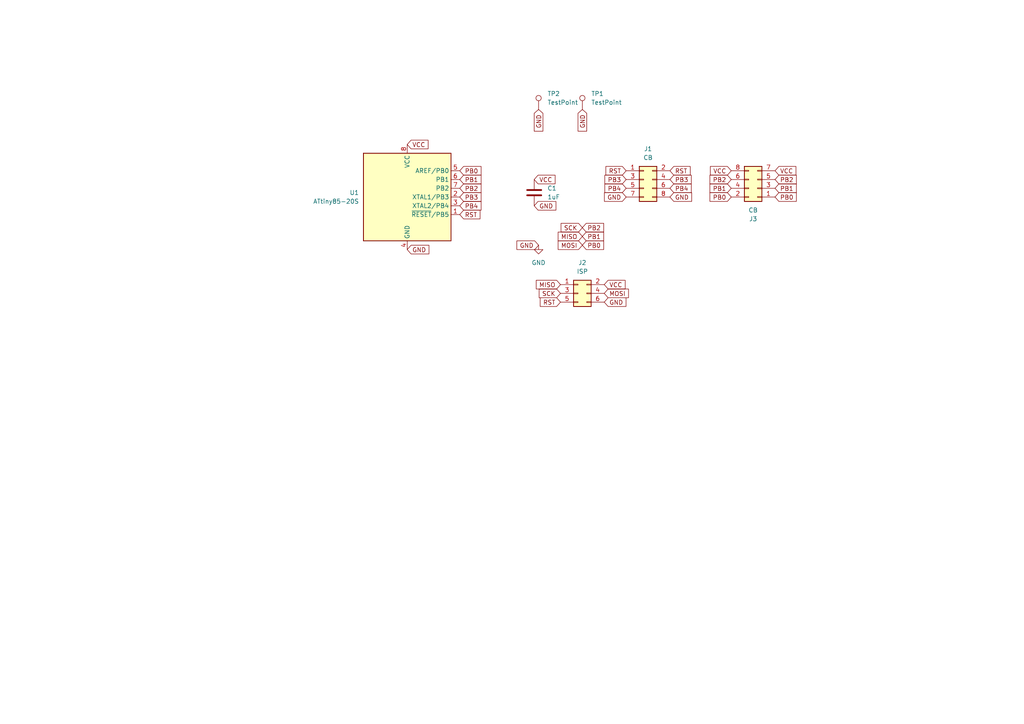
<source format=kicad_sch>
(kicad_sch (version 20231120) (generator "eeschema") (generator_version "8.0")
  (paper "A4")
  (lib_symbols
    (symbol "Connector:TestPoint" (pin_numbers hide) (pin_names (offset 0.762) hide)
      (property "Reference" "TP" (at 0 6.858 0))
      (property "Value" "TestPoint" (at 0 5.08 0))
      (symbol "TestPoint_0_1"
        (circle (center 0 3.302) (radius 0.762))
      )
      (symbol "TestPoint_1_1"
        (pin passive line (at 0 0 90) (length 2.54) (name "1") (number "1"))
      )
    )
    (symbol "Connector_Generic:Conn_02x03_Odd_Even" (pin_names (offset 1.016) hide)
      (property "Reference" "J" (at 1.27 5.08 0))
      (property "Value" "Conn_02x03_Odd_Even" (at 1.27 -5.08 0))
      (symbol "Conn_02x03_Odd_Even_1_1"
        (rectangle (start -1.27 -2.413) (end 0 -2.667) (stroke (width 0.1524)))
        (rectangle (start -1.27 0.127) (end 0 -0.127) (stroke (width 0.1524)))
        (rectangle (start -1.27 2.667) (end 0 2.413) (stroke (width 0.1524)))
        (rectangle (start -1.27 3.81) (end 3.81 -3.81) (stroke (width 0.254)) (fill (type background)))
        (rectangle (start 3.81 -2.413) (end 2.54 -2.667) (stroke (width 0.1524)))
        (rectangle (start 3.81 0.127) (end 2.54 -0.127) (stroke (width 0.1524)))
        (rectangle (start 3.81 2.667) (end 2.54 2.413) (stroke (width 0.1524)))
        (pin passive line (at -5.08 2.54 0) (length 3.81) (name "Pin_1") (number "1"))
        (pin passive line (at 7.62 2.54 180) (length 3.81) (name "Pin_2") (number "2"))
        (pin passive line (at -5.08 0 0) (length 3.81) (name "Pin_3") (number "3"))
        (pin passive line (at 7.62 0 180) (length 3.81) (name "Pin_4") (number "4"))
        (pin passive line (at -5.08 -2.54 0) (length 3.81) (name "Pin_5") (number "5"))
        (pin passive line (at 7.62 -2.54 180) (length 3.81) (name "Pin_6") (number "6"))
      )
    )
    (symbol "Connector_Generic:Conn_02x04_Odd_Even" (pin_names (offset 1.016) hide)
      (property "Reference" "J" (at 1.27 5.08 0))
      (property "Value" "Conn_02x04_Odd_Even" (at 1.27 -7.62 0))
      (symbol "Conn_02x04_Odd_Even_1_1"
        (rectangle (start -1.27 -4.953) (end 0 -5.207) (stroke (width 0.1524)))
        (rectangle (start -1.27 -2.413) (end 0 -2.667) (stroke (width 0.1524)))
        (rectangle (start -1.27 0.127) (end 0 -0.127) (stroke (width 0.1524)))
        (rectangle (start -1.27 2.667) (end 0 2.413) (stroke (width 0.1524)))
        (rectangle (start -1.27 3.81) (end 3.81 -6.35) (stroke (width 0.254)) (fill (type background)))
        (rectangle (start 3.81 -4.953) (end 2.54 -5.207) (stroke (width 0.1524)))
        (rectangle (start 3.81 -2.413) (end 2.54 -2.667) (stroke (width 0.1524)))
        (rectangle (start 3.81 0.127) (end 2.54 -0.127) (stroke (width 0.1524)))
        (rectangle (start 3.81 2.667) (end 2.54 2.413) (stroke (width 0.1524)))
        (pin passive line (at -5.08 2.54 0) (length 3.81) (name "Pin_1") (number "1"))
        (pin passive line (at 7.62 2.54 180) (length 3.81) (name "Pin_2") (number "2"))
        (pin passive line (at -5.08 0 0) (length 3.81) (name "Pin_3") (number "3"))
        (pin passive line (at 7.62 0 180) (length 3.81) (name "Pin_4") (number "4"))
        (pin passive line (at -5.08 -2.54 0) (length 3.81) (name "Pin_5") (number "5"))
        (pin passive line (at 7.62 -2.54 180) (length 3.81) (name "Pin_6") (number "6"))
        (pin passive line (at -5.08 -5.08 0) (length 3.81) (name "Pin_7") (number "7"))
        (pin passive line (at 7.62 -5.08 180) (length 3.81) (name "Pin_8") (number "8"))
      )
    )
    (symbol "Device:C" (pin_numbers hide) (pin_names (offset 0.254))
      (property "Reference" "C" (at 0.635 2.54 0))
      (property "Value" "C" (at 0.635 -2.54 0))
      (symbol "C_0_1"
        (polyline (pts (xy -2.032 -0.762) (xy 2.032 -0.762)) (stroke (width 0.508)))
        (polyline (pts (xy -2.032 0.762) (xy 2.032 0.762)) (stroke (width 0.508)))
      )
      (symbol "C_1_1"
        (pin passive line (at 0 3.81 270) (length 2.794) (name "~") (number "1"))
        (pin passive line (at 0 -3.81 90) (length 2.794) (name "~") (number "2"))
      )
    )
    (symbol "MCU_Microchip_ATtiny:ATtiny85-20S"
      (property "Reference" "U" (at -12.7 13.97 0))
      (property "Value" "ATtiny85-20S" (at 2.54 -13.97 0))
      (symbol "ATtiny85-20S_0_1"
        (rectangle (start -12.7 -12.7) (end 12.7 12.7) (stroke (width 0.254)) (fill (type background)))
      )
      (symbol "ATtiny85-20S_1_1"
        (pin bidirectional line (at 15.24 -5.08 180) (length 2.54) (name "~{RESET}/PB5") (number "1"))
        (pin bidirectional line (at 15.24 0 180) (length 2.54) (name "XTAL1/PB3") (number "2"))
        (pin bidirectional line (at 15.24 -2.54 180) (length 2.54) (name "XTAL2/PB4") (number "3"))
        (pin power_in line (at 0 -15.24 90) (length 2.54) (name "GND") (number "4"))
        (pin bidirectional line (at 15.24 7.62 180) (length 2.54) (name "AREF/PB0") (number "5"))
        (pin bidirectional line (at 15.24 5.08 180) (length 2.54) (name "PB1") (number "6"))
        (pin bidirectional line (at 15.24 2.54 180) (length 2.54) (name "PB2") (number "7"))
        (pin power_in line (at 0 15.24 270) (length 2.54) (name "VCC") (number "8"))
      )
    )
    (symbol "power:GND" (power) (pin_numbers hide) (pin_names (offset 0) hide)
      (property "Value" "GND" (at 0 -3.81 0))
      (symbol "GND_0_1"
        (polyline (pts (xy 0 0) (xy 0 -1.27) (xy 1.27 -1.27) (xy 0 -2.54) (xy -1.27 -1.27) (xy 0 -1.27)))
      )
      (symbol "GND_1_1"
        (pin power_in line (at 0 0 270) (length 0) (name "~") (number "1"))
      )
    )
  )
  (global_label "PB1" (shape input) (at 212.09 54.61 180) (property "Intersheetrefs" "${INTERSHEET_REFS}" (effects (hide yes))))
  (global_label "PB0" (shape input) (at 212.09 57.15 180) (property "Intersheetrefs" "${INTERSHEET_REFS}" (effects (hide yes))))
  (global_label "PB4" (shape input) (at 133.35 59.69 0) (property "Intersheetrefs" "${INTERSHEET_REFS}" (effects (hide yes))))
  (global_label "VCC" (shape input) (at 118.11 41.91 0) (property "Intersheetrefs" "${INTERSHEET_REFS}" (effects (hide yes))))
  (global_label "MOSI" (shape input) (at 168.91 71.12 180) (property "Intersheetrefs" "${INTERSHEET_REFS}" (effects (hide yes))))
  (global_label "PB1" (shape input) (at 133.35 52.07 0) (property "Intersheetrefs" "${INTERSHEET_REFS}" (effects (hide yes))))
  (global_label "RST" (shape input) (at 133.35 62.23 0) (property "Intersheetrefs" "${INTERSHEET_REFS}" (effects (hide yes))))
  (global_label "PB3" (shape input) (at 133.35 57.15 0) (property "Intersheetrefs" "${INTERSHEET_REFS}" (effects (hide yes))))
  (global_label "GND" (shape input) (at 156.21 71.12 180) (property "Intersheetrefs" "${INTERSHEET_REFS}" (effects (hide yes))))
  (global_label "PB2" (shape input) (at 168.91 66.04 0) (property "Intersheetrefs" "${INTERSHEET_REFS}" (effects (hide yes))))
  (global_label "GND" (shape input) (at 194.31 57.15 0) (property "Intersheetrefs" "${INTERSHEET_REFS}" (effects (hide yes))))
  (global_label "RST" (shape input) (at 162.56 87.63 180) (property "Intersheetrefs" "${INTERSHEET_REFS}" (effects (hide yes))))
  (global_label "PB3" (shape input) (at 181.61 52.07 180) (property "Intersheetrefs" "${INTERSHEET_REFS}" (effects (hide yes))))
  (global_label "PB1" (shape input) (at 224.79 54.61 0) (property "Intersheetrefs" "${INTERSHEET_REFS}" (effects (hide yes))))
  (global_label "PB0" (shape input) (at 133.35 49.53 0) (property "Intersheetrefs" "${INTERSHEET_REFS}" (effects (hide yes))))
  (global_label "MOSI" (shape input) (at 175.26 85.09 0) (property "Intersheetrefs" "${INTERSHEET_REFS}" (effects (hide yes))))
  (global_label "VCC" (shape input) (at 175.26 82.55 0) (property "Intersheetrefs" "${INTERSHEET_REFS}" (effects (hide yes))))
  (global_label "RST" (shape input) (at 181.61 49.53 180) (property "Intersheetrefs" "${INTERSHEET_REFS}" (effects (hide yes))))
  (global_label "GND" (shape input) (at 118.11 72.39 0) (property "Intersheetrefs" "${INTERSHEET_REFS}" (effects (hide yes))))
  (global_label "PB1" (shape input) (at 168.91 68.58 0) (property "Intersheetrefs" "${INTERSHEET_REFS}" (effects (hide yes))))
  (global_label "GND" (shape input) (at 154.94 59.69 0) (property "Intersheetrefs" "${INTERSHEET_REFS}" (effects (hide yes))))
  (global_label "MISO" (shape input) (at 168.91 68.58 180) (property "Intersheetrefs" "${INTERSHEET_REFS}" (effects (hide yes))))
  (global_label "PB4" (shape input) (at 181.61 54.61 180) (property "Intersheetrefs" "${INTERSHEET_REFS}" (effects (hide yes))))
  (global_label "PB2" (shape input) (at 212.09 52.07 180) (property "Intersheetrefs" "${INTERSHEET_REFS}" (effects (hide yes))))
  (global_label "PB2" (shape input) (at 133.35 54.61 0) (property "Intersheetrefs" "${INTERSHEET_REFS}" (effects (hide yes))))
  (global_label "GND" (shape input) (at 156.21 31.75 270) (property "Intersheetrefs" "${INTERSHEET_REFS}" (effects (hide yes))))
  (global_label "PB3" (shape input) (at 194.31 52.07 0) (property "Intersheetrefs" "${INTERSHEET_REFS}" (effects (hide yes))))
  (global_label "SCK" (shape input) (at 162.56 85.09 180) (property "Intersheetrefs" "${INTERSHEET_REFS}" (effects (hide yes))))
  (global_label "GND" (shape input) (at 175.26 87.63 0) (property "Intersheetrefs" "${INTERSHEET_REFS}" (effects (hide yes))))
  (global_label "SCK" (shape input) (at 168.91 66.04 180) (property "Intersheetrefs" "${INTERSHEET_REFS}" (effects (hide yes))))
  (global_label "VCC" (shape input) (at 224.79 49.53 0) (property "Intersheetrefs" "${INTERSHEET_REFS}" (effects (hide yes))))
  (global_label "VCC" (shape input) (at 212.09 49.53 180) (property "Intersheetrefs" "${INTERSHEET_REFS}" (effects (hide yes))))
  (global_label "GND" (shape input) (at 168.91 31.75 270) (property "Intersheetrefs" "${INTERSHEET_REFS}" (effects (hide yes))))
  (global_label "PB4" (shape input) (at 194.31 54.61 0) (property "Intersheetrefs" "${INTERSHEET_REFS}" (effects (hide yes))))
  (global_label "PB0" (shape input) (at 224.79 57.15 0) (property "Intersheetrefs" "${INTERSHEET_REFS}" (effects (hide yes))))
  (global_label "RST" (shape input) (at 194.31 49.53 0) (property "Intersheetrefs" "${INTERSHEET_REFS}" (effects (hide yes))))
  (global_label "PB2" (shape input) (at 224.79 52.07 0) (property "Intersheetrefs" "${INTERSHEET_REFS}" (effects (hide yes))))
  (global_label "GND" (shape input) (at 181.61 57.15 180) (property "Intersheetrefs" "${INTERSHEET_REFS}" (effects (hide yes))))
  (global_label "PB0" (shape input) (at 168.91 71.12 0) (property "Intersheetrefs" "${INTERSHEET_REFS}" (effects (hide yes))))
  (global_label "VCC" (shape input) (at 154.94 52.07 0) (property "Intersheetrefs" "${INTERSHEET_REFS}" (effects (hide yes))))
  (global_label "MISO" (shape input) (at 162.56 82.55 180) (property "Intersheetrefs" "${INTERSHEET_REFS}" (effects (hide yes))))
  (symbol (lib_id "Connector_Generic:Conn_02x04_Odd_Even") (at 186.69 52.07 0) (unit 1)
    (property "Reference" "J1" (at 187.96 43.18 0))
    (property "Value" "CB" (at 187.96 45.72 0))
    (property "Footprint" "Connector_PinHeader_2.54mm:PinHeader_2x04_P2.54mm_Vertical_SMD" (effects (hide yes)))
    (property "Description" "Generic connector, double row, 02x04, odd/even pin numbering scheme (row 1 odd numbers, row 2 even numbers), script generated (kicad-library-utils/schlib/autogen/connector/)" (effects (hide yes)))
    (property "LCSC" "C192300" (effects (hide yes)))
  )
  (symbol (lib_id "Connector_Generic:Conn_02x03_Odd_Even") (at 167.64 85.09 0) (unit 1)
    (property "Reference" "J2" (at 168.91 76.2 0))
    (property "Value" "ISP" (at 168.91 78.74 0))
    (property "Footprint" "Connector_PinHeader_2.54mm:PinHeader_2x03_P2.54mm_Vertical_SMD" (effects (hide yes)))
    (property "Description" "Generic connector, double row, 02x03, odd/even pin numbering scheme (row 1 odd numbers, row 2 even numbers), script generated (kicad-library-utils/schlib/autogen/connector/)" (effects (hide yes)))
    (property "LCSC" "C192301" (effects (hide yes)))
  )
  (symbol (lib_id "Connector:TestPoint") (at 156.21 31.75 0) (unit 1) (in_bom no)
    (property "Reference" "TP2" (at 158.75 27.1779 0) (effects (justify left)))
    (property "Value" "TestPoint" (at 158.75 29.7179 0) (effects (justify left)))
    (property "Footprint" "MountingHole:MountingHole_2.2mm_M2_DIN965_Pad" (effects (hide yes)))
    (property "Description" "test point" (effects (hide yes)))
  )
  (symbol (lib_id "Connector_Generic:Conn_02x04_Odd_Even") (at 219.71 54.61 180) (unit 1)
    (property "Reference" "J3" (at 218.44 63.5 0))
    (property "Value" "CB" (at 218.44 60.96 0))
    (property "Footprint" "Connector_PinHeader_2.54mm:PinHeader_2x04_P2.54mm_Vertical_SMD" (effects (hide yes)))
    (property "Description" "Generic connector, double row, 02x04, odd/even pin numbering scheme (row 1 odd numbers, row 2 even numbers), script generated (kicad-library-utils/schlib/autogen/connector/)" (effects (hide yes)))
    (property "LCSC" "C192300" (effects (hide yes)))
  )
  (symbol (lib_id "MCU_Microchip_ATtiny:ATtiny85-20S") (at 118.11 57.15 0) (unit 1)
    (property "Reference" "U1" (at 104.14 55.8799 0) (effects (justify right)))
    (property "Value" "ATtiny85-20S" (at 104.14 58.4199 0) (effects (justify right)))
    (property "Footprint" "Package_SO:SOIC-8W_5.3x5.3mm_P1.27mm" (effects (hide yes)))
    (property "Datasheet" "http://ww1.microchip.com/downloads/en/DeviceDoc/atmel-2586-avr-8-bit-microcontroller-attiny25-attiny45-attiny85_datasheet.pdf" (effects (hide yes)))
    (property "Description" "20MHz, 8kB Flash, 512B SRAM, 512B EEPROM, debugWIRE, SOIC-8W" (effects (hide yes)))
    (property "LCSC" "C615549" (effects (hide yes)))
  )
  (symbol (lib_id "Device:C") (at 154.94 55.88 0) (unit 1)
    (property "Reference" "C1" (at 158.75 54.6099 0) (effects (justify left)))
    (property "Value" "1uF" (at 158.75 57.1499 0) (effects (justify left)))
    (property "Footprint" "Capacitor_SMD:C_0805_2012Metric" (effects (hide yes)))
    (property "Description" "Unpolarized capacitor" (effects (hide yes)))
    (property "LCSC" "C28323" (effects (hide yes)))
  )
  (symbol (lib_id "Connector:TestPoint") (at 168.91 31.75 0) (unit 1) (in_bom no)
    (property "Reference" "TP1" (at 171.45 27.1779 0) (effects (justify left)))
    (property "Value" "TestPoint" (at 171.45 29.7179 0) (effects (justify left)))
    (property "Footprint" "MountingHole:MountingHole_2.2mm_M2_DIN965_Pad" (effects (hide yes)))
    (property "Description" "test point" (effects (hide yes)))
  )
  (symbol (lib_id "power:GND") (at 156.21 71.12 0) (unit 1)
    (property "Reference" "#PWR01" (effects (hide yes)))
    (property "Value" "GND" (at 156.21 76.2 0))
    (property "Description" "Power symbol creates a global label with name \"GND\" , ground" (effects (hide yes)))
  )
)
</source>
